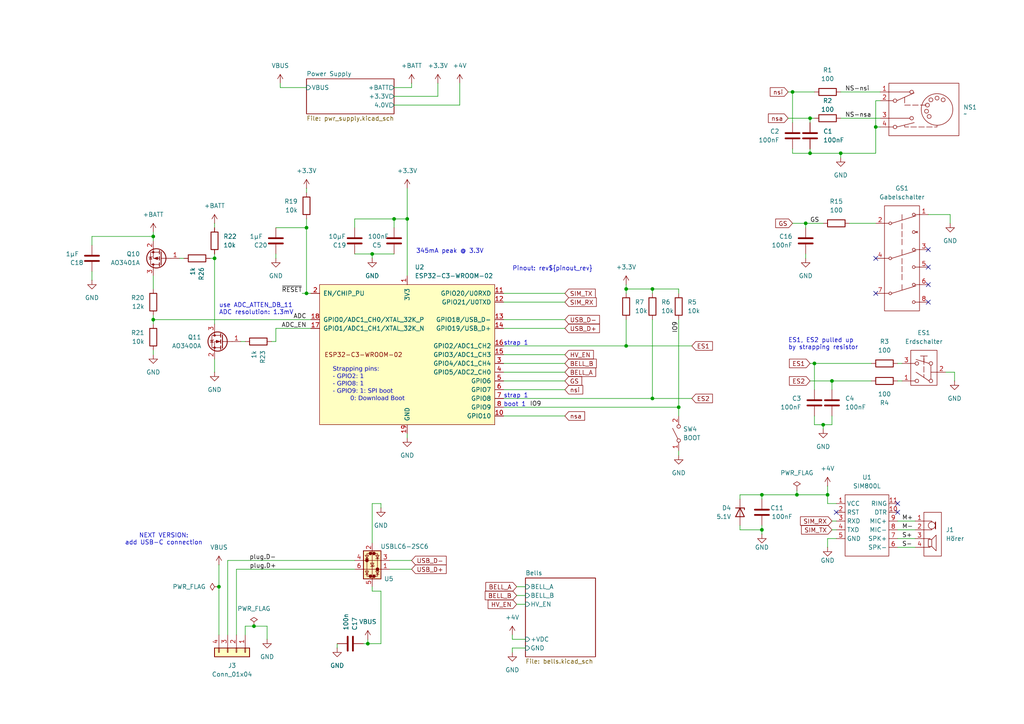
<source format=kicad_sch>
(kicad_sch (version 20231120) (generator "eeschema") (generator_version "8.0")
  (paper "A4")
  (title_block (title "${title}") (date "01.11.2024") (rev "${revision}") (company "author: ${author}") (comment 1 "${license}"))
  (lib_symbols
    (symbol "Connector_Generic:Conn_01x04" (pin_names (offset 1.016) hide)
      (property "Reference" "J" (at 0 5.08 0))
      (property "Value" "Conn_01x04" (at 0 -7.62 0))
      (symbol "Conn_01x04_1_1"
        (rectangle (start -1.27 -4.953) (end 0 -5.207) (stroke (width 0.1524)))
        (rectangle (start -1.27 -2.413) (end 0 -2.667) (stroke (width 0.1524)))
        (rectangle (start -1.27 0.127) (end 0 -0.127) (stroke (width 0.1524)))
        (rectangle (start -1.27 2.667) (end 0 2.413) (stroke (width 0.1524)))
        (rectangle (start -1.27 3.81) (end 1.27 -6.35) (stroke (width 0.254)) (fill (type background)))
        (pin passive line (at -5.08 2.54 0) (length 3.81) (name "Pin_1") (number "1"))
        (pin passive line (at -5.08 0 0) (length 3.81) (name "Pin_2") (number "2"))
        (pin passive line (at -5.08 -2.54 0) (length 3.81) (name "Pin_3") (number "3"))
        (pin passive line (at -5.08 -5.08 0) (length 3.81) (name "Pin_4") (number "4"))
      )
    )
    (symbol "Device:C" (pin_numbers hide) (pin_names (offset 0.254))
      (property "Reference" "C" (at 0.635 2.54 0))
      (property "Value" "C" (at 0.635 -2.54 0))
      (symbol "C_0_1"
        (polyline (pts (xy -2.032 -0.762) (xy 2.032 -0.762)) (stroke (width 0.508)))
        (polyline (pts (xy -2.032 0.762) (xy 2.032 0.762)) (stroke (width 0.508)))
      )
      (symbol "C_1_1"
        (pin passive line (at 0 3.81 270) (length 2.794) (name "~") (number "1"))
        (pin passive line (at 0 -3.81 90) (length 2.794) (name "~") (number "2"))
      )
    )
    (symbol "Device:D_Zener" (pin_numbers hide) (pin_names (offset 1.016) hide)
      (property "Reference" "D" (at 0 2.54 0))
      (property "Value" "D_Zener" (at 0 -2.54 0))
      (symbol "D_Zener_0_1"
        (polyline (pts (xy 1.27 0) (xy -1.27 0)))
        (polyline (pts (xy -1.27 -1.27) (xy -1.27 1.27) (xy -0.762 1.27)) (stroke (width 0.254)))
        (polyline (pts (xy 1.27 -1.27) (xy 1.27 1.27) (xy -1.27 0) (xy 1.27 -1.27)) (stroke (width 0.254)))
      )
      (symbol "D_Zener_1_1"
        (pin passive line (at -3.81 0 0) (length 2.54) (name "K") (number "1"))
        (pin passive line (at 3.81 0 180) (length 2.54) (name "A") (number "2"))
      )
    )
    (symbol "Device:R" (pin_numbers hide) (pin_names (offset 0))
      (property "Reference" "R" (at 2.032 0 90))
      (property "Value" "R" (at 0 0 90))
      (symbol "R_0_1"
        (rectangle (start -1.016 -2.54) (end 1.016 2.54) (stroke (width 0.254)))
      )
      (symbol "R_1_1"
        (pin passive line (at 0 3.81 270) (length 1.27) (name "~") (number "1"))
        (pin passive line (at 0 -3.81 90) (length 1.27) (name "~") (number "2"))
      )
    )
    (symbol "Espressif:ESP32-C3-WROOM-02" (pin_names (offset 1.016))
      (property "Reference" "U" (at -25.4 25.4 0))
      (property "Value" "ESP32-C3-WROOM-02" (at -25.4 22.86 0))
      (symbol "ESP32-C3-WROOM-02_0_0"
        (text "ESP32-C3-WROOM-02" (at -12.7 0 0) (effects (font (size 1.27 1.27))))
      )
      (symbol "ESP32-C3-WROOM-02_0_1"
        (rectangle (start 25.4 20.32) (end -25.4 -20.32) (fill (type background)))
      )
      (symbol "ESP32-C3-WROOM-02_1_1"
        (pin power_in line (at 0 22.86 270) (length 2.54) (name "3V3") (number "1"))
        (pin bidirectional line (at 27.94 -17.78 180) (length 2.54) (name "GPIO10") (number "10"))
        (pin bidirectional line (at 27.94 17.78 180) (length 2.54) (name "GPIO20/U0RXD") (number "11"))
        (pin bidirectional line (at 27.94 15.24 180) (length 2.54) (name "GPIO21/U0TXD") (number "12"))
        (pin bidirectional line (at 27.94 10.16 180) (length 2.54) (name "GPIO18/USB_D-") (number "13"))
        (pin bidirectional line (at 27.94 7.62 180) (length 2.54) (name "GPIO19/USB_D+") (number "14"))
        (pin bidirectional line (at 27.94 0 180) (length 2.54) (name "GPIO3/ADC1_CH3") (number "15"))
        (pin bidirectional line (at 27.94 2.54 180) (length 2.54) (name "GPIO2/ADC1_CH2") (number "16"))
        (pin bidirectional line (at -27.94 7.62 0) (length 2.54) (name "GPIO1/ADC1_CH1/XTAL_32K_N") (number "17"))
        (pin bidirectional line (at -27.94 10.16 0) (length 2.54) (name "GPIO0/ADC1_CH0/XTAL_32K_P") (number "18"))
        (pin power_in line (at 0 -22.86 90) (length 2.54) (name "GND") (number "19"))
        (pin input line (at -27.94 17.78 0) (length 2.54) (name "EN/CHIP_PU") (number "2"))
        (pin bidirectional line (at 27.94 -2.54 180) (length 2.54) (name "GPIO4/ADC1_CH4") (number "3"))
        (pin bidirectional line (at 27.94 -5.08 180) (length 2.54) (name "GPIO5/ADC2_CH0") (number "4"))
        (pin bidirectional line (at 27.94 -7.62 180) (length 2.54) (name "GPIO6") (number "5"))
        (pin bidirectional line (at 27.94 -10.16 180) (length 2.54) (name "GPIO7") (number "6"))
        (pin bidirectional line (at 27.94 -12.7 180) (length 2.54) (name "GPIO8") (number "7"))
        (pin bidirectional line (at 27.94 -15.24 180) (length 2.54) (name "GPIO9") (number "8"))
        (pin passive line (at 0 -22.86 90) (length 2.54) hide (name "GND") (number "9"))
      )
    )
    (symbol "FeWAp:Erdschalter" (pin_names hide)
      (property "Reference" "SW" (at 0 10.16 0))
      (property "Value" "Erdschalter" (at 0 -2.54 0))
      (symbol "Erdschalter_0_1"
        (circle (center -2.032 0) (radius 0.508))
        (circle (center -2.032 5.08) (radius 0.508))
        (polyline (pts (xy -1.524 0) (xy 2.286 2.54)))
        (polyline (pts (xy -1.524 5.08) (xy 2.286 6.223)))
        (polyline (pts (xy 0 5.588) (xy 0 7.239) (xy -1.016 7.239) (xy 1.016 7.239)))
        (circle (center 2.032 0) (radius 0.508))
        (circle (center 2.032 5.08) (radius 0.508))
      )
      (symbol "Erdschalter_1_1"
        (rectangle (start -3.81 8.89) (end 3.81 -1.27))
        (polyline (pts (xy -3.81 2.54) (xy -2.032 2.54)))
        (polyline (pts (xy -2.032 4.572) (xy -2.032 0.508)))
        (polyline (pts (xy 0 6.477) (xy 0 1.016)) (stroke (width 0) (type dash)))
        (polyline (pts (xy 3.81 0) (xy 2.54 0)))
        (polyline (pts (xy 3.81 5.08) (xy 2.54 5.08)))
        (pin passive line (at 6.35 0 180) (length 2.54) (name "A") (number "1"))
        (pin passive line (at -6.35 2.54 0) (length 2.54) (name "B") (number "2"))
        (pin passive line (at 6.35 5.08 180) (length 2.54) (name "C") (number "3"))
        (pin no_connect line (at 0 0 180) (length 2.54) hide (name "NC") (number "4"))
      )
    )
    (symbol "FeWAp:Gabelschalter" (pin_names hide)
      (property "Reference" "SW" (at 0 16.51 0))
      (property "Value" "Gabelschalter" (at 0 -16.51 0))
      (symbol "Gabelschalter_0_1"
        (rectangle (start -5.08 15.24) (end 5.08 -15.24))
      )
      (symbol "Gabelschalter_1_1"
        (circle (center -3.4036 -10.16) (radius 0.4064))
        (circle (center -3.4036 0) (radius 0.4064))
        (circle (center -3.4036 10.16) (radius 0.4064))
        (polyline (pts (xy -5.08 0) (xy -3.81 0)))
        (polyline (pts (xy -5.08 10.16) (xy -3.81 10.16)))
        (polyline (pts (xy -3.81 -10.16) (xy -5.08 -10.16)))
        (polyline (pts (xy -2.9972 -10.16) (xy 4.064 -7.9756)))
        (polyline (pts (xy -2.9972 0) (xy 4.064 2.1844)))
        (polyline (pts (xy -2.9972 10.16) (xy 4.064 12.3444)))
        (polyline (pts (xy 0 -7.62) (xy 0 -9.144)))
        (polyline (pts (xy 0 0) (xy 0 -6.604)) (stroke (width 0) (type dash)))
        (polyline (pts (xy 0 2.54) (xy 0 1.016)))
        (polyline (pts (xy 0 10.16) (xy 0 3.556)) (stroke (width 0) (type dash)))
        (polyline (pts (xy 0 12.7) (xy 0 11.176)))
        (polyline (pts (xy 5.08 -12.7) (xy 3.81 -12.7)))
        (polyline (pts (xy 5.08 -7.62) (xy 3.81 -7.62)))
        (polyline (pts (xy 5.08 -2.54) (xy 3.81 -2.54)))
        (polyline (pts (xy 5.08 2.54) (xy 3.81 2.54)))
        (polyline (pts (xy 5.08 12.7) (xy 3.81 12.7)))
        (polyline (pts (xy 3.81 7.62) (xy 4.318 7.62) (xy 4.064 7.874) (xy 4.572 7.366) (xy 4.318 7.62) (xy 4.064 7.366) (xy 4.572 7.874)))
        (circle (center 3.4036 -12.7) (radius 0.4064))
        (circle (center 3.4036 -7.62) (radius 0.4064))
        (circle (center 3.4036 -2.54) (radius 0.4064))
        (circle (center 3.4036 2.54) (radius 0.4064))
        (circle (center 3.4036 7.62) (radius 0.4064))
        (circle (center 3.4036 12.7) (radius 0.4064))
        (pin passive line (at 7.62 12.7 180) (length 2.54) (name "S1l") (number "1"))
        (pin passive line (at -7.62 10.16 0) (length 2.54) (name "S1c") (number "2"))
        (pin passive line (at 7.62 2.54 180) (length 2.54) (name "S2l") (number "3"))
        (pin passive line (at -7.62 0 0) (length 2.54) (name "S2c") (number "4"))
        (pin passive line (at 7.62 -2.54 180) (length 2.54) (name "S2r") (number "5"))
        (pin passive line (at 7.62 -7.62 180) (length 2.54) (name "S3l") (number "6"))
        (pin passive line (at -7.62 -10.16 0) (length 2.54) (name "S3c") (number "7"))
        (pin passive line (at 7.62 -12.7 180) (length 2.54) (name "S3r") (number "8"))
      )
    )
    (symbol "FeWAp:Hörer" (pin_names hide)
      (property "Reference" "J" (at 0 7.62 0))
      (property "Value" "Hörer" (at 0 -7.62 0))
      (symbol "Hörer_0_1"
        (rectangle (start -2.54 6.35) (end 2.54 -6.35))
        (circle (center -0.254 2.54) (radius 1.016))
        (polyline (pts (xy -0.762 -3.556) (xy -0.762 -3.81) (xy -2.54 -3.81)))
        (polyline (pts (xy -0.762 -1.524) (xy -0.762 -1.27) (xy -2.54 -1.27)))
        (polyline (pts (xy -0.254 1.524) (xy -0.254 1.27) (xy -2.54 1.27)))
        (polyline (pts (xy -0.254 3.556) (xy -0.254 3.81) (xy -2.54 3.81)))
        (polyline (pts (xy -0.254 -1.524) (xy 1.016 -0.254) (xy 1.016 -4.826) (xy -0.254 -3.556)))
        (polyline (pts (xy -1.27 -1.524) (xy -1.27 -3.556) (xy -0.254 -3.556) (xy -0.254 -1.524) (xy -1.27 -1.524)))
        (polyline (pts (xy 0.762 3.556) (xy 0.762 1.524) (xy 0.889 1.524) (xy 0.889 3.556) (xy 0.762 3.556)))
      )
      (symbol "Hörer_1_1"
        (pin input line (at -5.08 3.81 0) (length 2.54) (name "SPK+") (number "1"))
        (pin input line (at -5.08 1.27 0) (length 2.54) (name "SPK-") (number "2"))
        (pin input line (at -5.08 -1.27 0) (length 2.54) (name "MIC+") (number "3"))
        (pin input line (at -5.08 -3.81 0) (length 2.54) (name "MIC-") (number "4"))
      )
    )
    (symbol "FeWAp:Nummernschalter" (pin_names hide)
      (property "Reference" "NS" (at 0 -8.89 0))
      (symbol "Nummernschalter_0_1"
        (circle (center -8.382 -5.08) (radius 0.508))
        (circle (center -8.382 2.54) (radius 0.508))
        (circle (center -3.556 -2.54) (radius 0.508))
        (circle (center -3.556 5.08) (radius 0.508))
        (polyline (pts (xy -10.16 -5.08) (xy -8.89 -5.08)))
        (polyline (pts (xy -10.16 -2.54) (xy -4.064 -2.54)))
        (polyline (pts (xy -10.16 2.54) (xy -8.89 2.54)))
        (polyline (pts (xy -10.16 5.08) (xy -4.064 5.08)))
        (polyline (pts (xy -7.874 -5.08) (xy -2.794 -3.81)))
        (polyline (pts (xy -7.874 2.54) (xy -2.794 4.826)))
        (circle (center 0.762 -0.508) (radius 0.568))
        (circle (center 1.016 1.27) (radius 0.568))
        (circle (center 1.524 -2.032) (radius 0.568))
        (circle (center 2.032 2.794) (radius 0.568))
        (circle (center 3.81 0) (radius 4.5791))
        (circle (center 3.81 3.302) (radius 0.568))
        (circle (center 5.588 2.794) (radius 0.568))
      )
      (symbol "Nummernschalter_1_1"
        (rectangle (start -10.16 7.62) (end 10.16 -7.62))
        (polyline (pts (xy -5.588 3.556) (xy -5.588 1.27) (xy 1.016 1.27)) (stroke (width 0) (type dash)))
        (polyline (pts (xy -5.588 -4.572) (xy -5.588 -5.08) (xy 3.81 -5.08) (xy 3.81 -4.572)) (stroke (width 0) (type dash)))
        (pin passive line (at -12.7 5.08 0) (length 2.54) (name "N1") (number "1"))
        (pin passive line (at -12.7 2.54 0) (length 2.54) (name "N2") (number "2"))
        (pin passive line (at -12.7 -2.54 0) (length 2.54) (name "E1") (number "3"))
        (pin passive line (at -12.7 -5.08 0) (length 2.54) (name "E2") (number "4"))
      )
    )
    (symbol "FeWAp:SIM800L-module"
      (property "Reference" "U" (at 0 11.43 0))
      (property "Value" "SIM800L" (at 0 -8.89 0))
      (symbol "SIM800L-module_0_1"
        (rectangle (start -6.35 10.16) (end 6.35 -7.62))
      )
      (symbol "SIM800L-module_1_1"
        (pin power_in line (at -8.89 7.62 0) (length 2.54) (name "VCC") (number "1"))
        (pin output line (at 8.89 5.08 180) (length 2.54) (name "DTR") (number "10"))
        (pin output line (at 8.89 7.62 180) (length 2.54) (name "RING") (number "11"))
        (pin input line (at -8.89 5.08 0) (length 2.54) (name "RST") (number "2"))
        (pin input line (at -8.89 2.54 0) (length 2.54) (name "RXD") (number "3"))
        (pin output line (at -8.89 0 0) (length 2.54) (name "TXD") (number "4"))
        (pin power_in line (at -8.89 -2.54 0) (length 2.54) (name "GND") (number "5"))
        (pin output line (at 8.89 -5.08 180) (length 2.54) (name "SPK-") (number "6"))
        (pin output line (at 8.89 -2.54 180) (length 2.54) (name "SPK+") (number "7"))
        (pin output line (at 8.89 0 180) (length 2.54) (name "MIC-") (number "8"))
        (pin output line (at 8.89 2.54 180) (length 2.54) (name "MIC+") (number "9"))
      )
    )
    (symbol "Switch:SW_SPST" (pin_names (offset 0) hide)
      (property "Reference" "SW" (at 0 3.175 0))
      (property "Value" "SW_SPST" (at 0 -2.54 0))
      (symbol "SW_SPST_0_0"
        (circle (center -2.032 0) (radius 0.508))
        (polyline (pts (xy -1.524 0.254) (xy 1.524 1.778)))
        (circle (center 2.032 0) (radius 0.508))
      )
      (symbol "SW_SPST_1_1"
        (pin passive line (at -5.08 0 0) (length 2.54) (name "A") (number "1"))
        (pin passive line (at 5.08 0 180) (length 2.54) (name "B") (number "2"))
      )
    )
    (symbol "Transistor_FET:AO3400A" (pin_names hide)
      (property "Reference" "Q" (at 5.08 1.905 0))
      (property "Value" "AO3400A" (at 5.08 0 0))
      (symbol "AO3400A_0_1"
        (polyline (pts (xy 0.254 0) (xy -2.54 0)))
        (polyline (pts (xy 0.254 1.905) (xy 0.254 -1.905)) (stroke (width 0.254)))
        (polyline (pts (xy 0.762 -1.27) (xy 0.762 -2.286)) (stroke (width 0.254)))
        (polyline (pts (xy 0.762 0.508) (xy 0.762 -0.508)) (stroke (width 0.254)))
        (polyline (pts (xy 0.762 2.286) (xy 0.762 1.27)) (stroke (width 0.254)))
        (polyline (pts (xy 2.54 2.54) (xy 2.54 1.778)))
        (polyline (pts (xy 2.54 -2.54) (xy 2.54 0) (xy 0.762 0)))
        (polyline (pts (xy 0.762 -1.778) (xy 3.302 -1.778) (xy 3.302 1.778) (xy 0.762 1.778)))
        (polyline (pts (xy 1.016 0) (xy 2.032 0.381) (xy 2.032 -0.381) (xy 1.016 0)) (fill (type outline)))
        (polyline (pts (xy 2.794 0.508) (xy 2.921 0.381) (xy 3.683 0.381) (xy 3.81 0.254)))
        (polyline (pts (xy 3.302 0.381) (xy 2.921 -0.254) (xy 3.683 -0.254) (xy 3.302 0.381)))
        (circle (center 1.651 0) (radius 2.794) (stroke (width 0.254)))
        (circle (center 2.54 -1.778) (radius 0.254) (fill (type outline)))
        (circle (center 2.54 1.778) (radius 0.254) (fill (type outline)))
      )
      (symbol "AO3400A_1_1"
        (pin input line (at -5.08 0 0) (length 2.54) (name "G") (number "1"))
        (pin passive line (at 2.54 -5.08 90) (length 2.54) (name "S") (number "2"))
        (pin passive line (at 2.54 5.08 270) (length 2.54) (name "D") (number "3"))
      )
    )
    (symbol "Transistor_FET:AO3401A" (pin_names hide)
      (property "Reference" "Q" (at 5.08 1.905 0))
      (property "Value" "AO3401A" (at 5.08 0 0))
      (symbol "AO3401A_0_1"
        (polyline (pts (xy 0.254 0) (xy -2.54 0)))
        (polyline (pts (xy 0.254 1.905) (xy 0.254 -1.905)) (stroke (width 0.254)))
        (polyline (pts (xy 0.762 -1.27) (xy 0.762 -2.286)) (stroke (width 0.254)))
        (polyline (pts (xy 0.762 0.508) (xy 0.762 -0.508)) (stroke (width 0.254)))
        (polyline (pts (xy 0.762 2.286) (xy 0.762 1.27)) (stroke (width 0.254)))
        (polyline (pts (xy 2.54 2.54) (xy 2.54 1.778)))
        (polyline (pts (xy 2.54 -2.54) (xy 2.54 0) (xy 0.762 0)))
        (polyline (pts (xy 0.762 1.778) (xy 3.302 1.778) (xy 3.302 -1.778) (xy 0.762 -1.778)))
        (polyline (pts (xy 2.286 0) (xy 1.27 0.381) (xy 1.27 -0.381) (xy 2.286 0)) (fill (type outline)))
        (polyline (pts (xy 2.794 -0.508) (xy 2.921 -0.381) (xy 3.683 -0.381) (xy 3.81 -0.254)))
        (polyline (pts (xy 3.302 -0.381) (xy 2.921 0.254) (xy 3.683 0.254) (xy 3.302 -0.381)))
        (circle (center 1.651 0) (radius 2.794) (stroke (width 0.254)))
        (circle (center 2.54 -1.778) (radius 0.254) (fill (type outline)))
        (circle (center 2.54 1.778) (radius 0.254) (fill (type outline)))
      )
      (symbol "AO3401A_1_1"
        (pin input line (at -5.08 0 0) (length 2.54) (name "G") (number "1"))
        (pin passive line (at 2.54 -5.08 90) (length 2.54) (name "S") (number "2"))
        (pin passive line (at 2.54 5.08 270) (length 2.54) (name "D") (number "3"))
      )
    )
    (symbol "USBLC6-2SC6_1" (pin_names hide)
      (property "Reference" "U" (at 0.635 5.715 0))
      (property "Value" "USBLC6-2SC6" (at 0.635 3.81 0))
      (symbol "USBLC6-2SC6_1_0_0"
        (circle (center -1.524 0) (radius 0.0001) (stroke (width 0.508)))
        (circle (center -0.508 -4.572) (radius 0.0001) (stroke (width 0.508)))
        (circle (center -0.508 2.032) (radius 0.0001) (stroke (width 0.508)))
        (circle (center 0.508 -4.572) (radius 0.0001) (stroke (width 0.508)))
        (circle (center 0.508 2.032) (radius 0.0001) (stroke (width 0.508)))
        (circle (center 1.524 -2.54) (radius 0.0001) (stroke (width 0.508)))
      )
      (symbol "USBLC6-2SC6_1_0_1"
        (polyline (pts (xy -2.54 -2.54) (xy 2.54 -2.54)))
        (polyline (pts (xy -2.54 0) (xy 2.54 0)))
        (polyline (pts (xy -2.032 -3.048) (xy -1.016 -3.048)))
        (polyline (pts (xy -1.016 1.524) (xy -2.032 1.524)))
        (polyline (pts (xy 1.016 -3.048) (xy 2.032 -3.048)))
        (polyline (pts (xy 1.016 1.524) (xy 2.032 1.524)))
        (polyline (pts (xy -0.508 -1.143) (xy -0.508 -0.762) (xy 0.508 -0.762)))
        (polyline (pts (xy -2.032 0.508) (xy -1.016 0.508) (xy -1.524 1.524) (xy -2.032 0.508)))
        (polyline (pts (xy -1.016 -4.064) (xy -2.032 -4.064) (xy -1.524 -3.048) (xy -1.016 -4.064)))
        (polyline (pts (xy 0.508 -1.778) (xy -0.508 -1.778) (xy 0 -0.762) (xy 0.508 -1.778)))
        (polyline (pts (xy 2.032 -4.064) (xy 1.016 -4.064) (xy 1.524 -3.048) (xy 2.032 -4.064)))
        (polyline (pts (xy 2.032 0.508) (xy 1.016 0.508) (xy 1.524 1.524) (xy 2.032 0.508)))
        (polyline (pts (xy 0 2.54) (xy -0.508 2.032) (xy 0.508 2.032) (xy 0 1.524) (xy 0 -4.064) (xy -0.508 -4.572) (xy 0.508 -4.572) (xy 0 -5.08)))
      )
      (symbol "USBLC6-2SC6_1_1_1"
        (rectangle (start -2.54 2.794) (end 2.54 -5.334) (stroke (width 0.254)) (fill (type background)))
        (polyline (pts (xy -0.508 2.032) (xy -1.524 2.032) (xy -1.524 -4.572) (xy -0.508 -4.572)))
        (polyline (pts (xy 0.508 -4.572) (xy 1.524 -4.572) (xy 1.524 2.032) (xy 0.508 2.032)))
        (pin passive line (at -5.08 0 0) (length 2.54) (name "I/O1") (number "1"))
        (pin passive line (at 0 -7.62 90) (length 2.54) (name "GND") (number "2"))
        (pin passive line (at -5.08 -2.54 0) (length 2.54) (name "I/O2") (number "3"))
        (pin passive line (at 5.08 -2.54 180) (length 2.54) (name "I/O2") (number "4"))
        (pin passive line (at 0 5.08 270) (length 2.54) (name "VBUS") (number "5"))
        (pin passive line (at 5.08 0 180) (length 2.54) (name "I/O1") (number "6"))
      )
    )
    (symbol "VBUS_1" (power) (pin_numbers hide) (pin_names (offset 0) hide)
      (property "Value" "VBUS" (at 0 3.556 0))
      (symbol "VBUS_1_0_1"
        (polyline (pts (xy -0.762 1.27) (xy 0 2.54)))
        (polyline (pts (xy 0 0) (xy 0 2.54)))
        (polyline (pts (xy 0 2.54) (xy 0.762 1.27)))
      )
      (symbol "VBUS_1_1_1"
        (pin power_in line (at 0 0 90) (length 0) (name "~") (number "1"))
      )
    )
    (symbol "power:+3.3V" (power) (pin_numbers hide) (pin_names (offset 0) hide)
      (property "Value" "+3.3V" (at 0 3.556 0))
      (symbol "+3.3V_0_1"
        (polyline (pts (xy -0.762 1.27) (xy 0 2.54)))
        (polyline (pts (xy 0 0) (xy 0 2.54)))
        (polyline (pts (xy 0 2.54) (xy 0.762 1.27)))
      )
      (symbol "+3.3V_1_1"
        (pin power_in line (at 0 0 90) (length 0) (name "~") (number "1"))
      )
    )
    (symbol "power:+4V" (power) (pin_numbers hide) (pin_names (offset 0) hide)
      (property "Value" "+4V" (at 0 3.556 0))
      (symbol "+4V_0_1"
        (polyline (pts (xy -0.762 1.27) (xy 0 2.54)))
        (polyline (pts (xy 0 0) (xy 0 2.54)))
        (polyline (pts (xy 0 2.54) (xy 0.762 1.27)))
      )
      (symbol "+4V_1_1"
        (pin power_in line (at 0 0 90) (length 0) (name "~") (number "1"))
      )
    )
    (symbol "power:+BATT" (power) (pin_numbers hide) (pin_names (offset 0) hide)
      (property "Value" "+BATT" (at 0 3.556 0))
      (symbol "+BATT_0_1"
        (polyline (pts (xy -0.762 1.27) (xy 0 2.54)))
        (polyline (pts (xy 0 0) (xy 0 2.54)))
        (polyline (pts (xy 0 2.54) (xy 0.762 1.27)))
      )
      (symbol "+BATT_1_1"
        (pin power_in line (at 0 0 90) (length 0) (name "~") (number "1"))
      )
    )
    (symbol "power:GND" (power) (pin_numbers hide) (pin_names (offset 0) hide)
      (property "Value" "GND" (at 0 -3.81 0))
      (symbol "GND_0_1"
        (polyline (pts (xy 0 0) (xy 0 -1.27) (xy 1.27 -1.27) (xy 0 -2.54) (xy -1.27 -1.27) (xy 0 -1.27)))
      )
      (symbol "GND_1_1"
        (pin power_in line (at 0 0 270) (length 0) (name "~") (number "1"))
      )
    )
    (symbol "power:PWR_FLAG" (power) (pin_numbers hide) (pin_names (offset 0) hide)
      (property "Value" "PWR_FLAG" (at 0 3.81 0))
      (symbol "PWR_FLAG_0_0"
        (pin power_out line (at 0 0 90) (length 0) (name "~") (number "1"))
      )
      (symbol "PWR_FLAG_0_1"
        (polyline (pts (xy 0 0) (xy 0 1.27) (xy -1.016 1.905) (xy 0 2.54) (xy 1.016 1.905) (xy 0 1.27)))
      )
    )
  )
  (junction (at 233.68 64.77))
  (junction (at 234.95 34.29))
  (junction (at 238.76 123.19))
  (junction (at 44.45 92.71))
  (junction (at 254 36.83))
  (junction (at 189.23 115.57))
  (junction (at 234.95 44.45))
  (junction (at 243.84 44.45))
  (junction (at 63.5 170.18))
  (junction (at 196.85 118.11))
  (junction (at 189.23 83.82))
  (junction (at 88.9 66.04))
  (junction (at 107.95 73.66))
  (junction (at 229.87 26.67))
  (junction (at 73.66 181.61))
  (junction (at 241.3 110.49))
  (junction (at 44.45 68.58))
  (junction (at 181.61 100.33))
  (junction (at 236.22 105.41))
  (junction (at 220.98 153.67))
  (junction (at 118.11 63.5))
  (junction (at 240.03 143.51))
  (junction (at 62.23 74.93))
  (junction (at 114.3 63.5))
  (junction (at 231.14 143.51))
  (junction (at 88.9 85.09))
  (junction (at 181.61 83.82))
  (junction (at 106.68 186.69))
  (junction (at 220.98 143.51))
  (no_connect (at 254 85.09))
  (no_connect (at 242.57 148.59))
  (no_connect (at 269.24 72.39))
  (no_connect (at 260.35 146.05))
  (no_connect (at 269.24 77.47))
  (no_connect (at 260.35 148.59))
  (no_connect (at 254 74.93))
  (no_connect (at 269.24 82.55))
  (no_connect (at 269.24 87.63))
  (wire (pts (xy 220.98 143.51) (xy 220.98 144.78)))
  (wire (pts (xy 152.4 185.42) (xy 148.59 185.42)))
  (wire (pts (xy 62.23 104.14) (xy 62.23 107.95)))
  (wire (pts (xy 102.87 66.04) (xy 102.87 63.5)))
  (wire (pts (xy 243.84 26.67) (xy 255.27 26.67)))
  (wire (pts (xy 146.05 95.25) (xy 163.83 95.25)))
  (wire (pts (xy 148.59 189.23) (xy 148.59 187.96)))
  (wire (pts (xy 44.45 101.6) (xy 44.45 102.87)))
  (wire (pts (xy 107.95 171.45) (xy 107.95 170.18)))
  (wire (pts (xy 146.05 105.41) (xy 163.83 105.41)))
  (wire (pts (xy 189.23 115.57) (xy 200.66 115.57)))
  (wire (pts (xy 113.03 165.1) (xy 119.38 165.1)))
  (wire (pts (xy 196.85 130.81) (xy 196.85 132.08)))
  (wire (pts (xy 146.05 113.03) (xy 163.83 113.03)))
  (wire (pts (xy 146.05 107.95) (xy 163.83 107.95)))
  (wire (pts (xy 149.86 170.18) (xy 152.4 170.18)))
  (wire (pts (xy 63.5 170.18) (xy 63.5 184.15)))
  (wire (pts (xy 114.3 63.5) (xy 118.11 63.5)))
  (wire (pts (xy 231.14 142.24) (xy 231.14 143.51)))
  (wire (pts (xy 146.05 102.87) (xy 163.83 102.87)))
  (wire (pts (xy 189.23 92.71) (xy 189.23 115.57)))
  (wire (pts (xy 118.11 63.5) (xy 118.11 80.01)))
  (wire (pts (xy 240.03 143.51) (xy 240.03 146.05)))
  (wire (pts (xy 73.66 181.61) (xy 77.47 181.61)))
  (wire (pts (xy 181.61 82.55) (xy 181.61 83.82)))
  (wire (pts (xy 107.95 73.66) (xy 114.3 73.66)))
  (wire (pts (xy 255.27 36.83) (xy 254 36.83)))
  (wire (pts (xy 220.98 154.94) (xy 220.98 153.67)))
  (wire (pts (xy 44.45 80.01) (xy 44.45 83.82)))
  (wire (pts (xy 228.6 34.29) (xy 234.95 34.29)))
  (wire (pts (xy 220.98 143.51) (xy 214.63 143.51)))
  (wire (pts (xy 107.95 74.93) (xy 107.95 73.66)))
  (wire (pts (xy 105.41 186.69) (xy 106.68 186.69)))
  (wire (pts (xy 80.01 99.06) (xy 80.01 95.25)))
  (wire (pts (xy 81.28 24.13) (xy 81.28 25.4)))
  (wire (pts (xy 69.85 99.06) (xy 71.12 99.06)))
  (wire (pts (xy 240.03 158.75) (xy 240.03 156.21)))
  (wire (pts (xy 118.11 125.73) (xy 118.11 127)))
  (wire (pts (xy 196.85 83.82) (xy 196.85 85.09)))
  (wire (pts (xy 220.98 153.67) (xy 220.98 152.4)))
  (wire (pts (xy 181.61 100.33) (xy 200.66 100.33)))
  (wire (pts (xy 44.45 91.44) (xy 44.45 92.71)))
  (wire (pts (xy 234.95 44.45) (xy 243.84 44.45)))
  (wire (pts (xy 102.87 63.5) (xy 114.3 63.5)))
  (wire (pts (xy 234.95 43.18) (xy 234.95 44.45)))
  (wire (pts (xy 44.45 67.31) (xy 44.45 68.58)))
  (wire (pts (xy 26.67 68.58) (xy 44.45 68.58)))
  (wire (pts (xy 26.67 71.12) (xy 26.67 68.58)))
  (wire (pts (xy 60.96 74.93) (xy 62.23 74.93)))
  (wire (pts (xy 233.68 73.66) (xy 233.68 74.93)))
  (wire (pts (xy 133.35 30.48) (xy 133.35 24.13)))
  (wire (pts (xy 44.45 92.71) (xy 44.45 93.98)))
  (wire (pts (xy 240.03 140.97) (xy 240.03 143.51)))
  (wire (pts (xy 119.38 25.4) (xy 114.3 25.4)))
  (wire (pts (xy 62.23 73.66) (xy 62.23 74.93)))
  (wire (pts (xy 148.59 187.96) (xy 152.4 187.96)))
  (wire (pts (xy 88.9 66.04) (xy 88.9 85.09)))
  (wire (pts (xy 265.43 151.13) (xy 260.35 151.13)))
  (wire (pts (xy 243.84 34.29) (xy 255.27 34.29)))
  (wire (pts (xy 110.49 171.45) (xy 107.95 171.45)))
  (wire (pts (xy 241.3 153.67) (xy 242.57 153.67)))
  (wire (pts (xy 119.38 24.13) (xy 119.38 25.4)))
  (wire (pts (xy 229.87 64.77) (xy 233.68 64.77)))
  (wire (pts (xy 80.01 66.04) (xy 88.9 66.04)))
  (wire (pts (xy 233.68 64.77) (xy 233.68 66.04)))
  (wire (pts (xy 181.61 83.82) (xy 189.23 83.82)))
  (wire (pts (xy 229.87 26.67) (xy 229.87 35.56)))
  (wire (pts (xy 80.01 99.06) (xy 78.74 99.06)))
  (wire (pts (xy 146.05 85.09) (xy 163.83 85.09)))
  (wire (pts (xy 260.35 105.41) (xy 261.62 105.41)))
  (wire (pts (xy 80.01 95.25) (xy 90.17 95.25)))
  (wire (pts (xy 269.24 62.23) (xy 275.59 62.23)))
  (wire (pts (xy 62.23 64.77) (xy 62.23 66.04)))
  (wire (pts (xy 71.12 184.15) (xy 71.12 181.61)))
  (wire (pts (xy 114.3 30.48) (xy 133.35 30.48)))
  (wire (pts (xy 241.3 151.13) (xy 242.57 151.13)))
  (wire (pts (xy 234.95 105.41) (xy 236.22 105.41)))
  (wire (pts (xy 106.68 185.42) (xy 106.68 186.69)))
  (wire (pts (xy 241.3 113.03) (xy 241.3 110.49)))
  (wire (pts (xy 236.22 123.19) (xy 238.76 123.19)))
  (wire (pts (xy 146.05 92.71) (xy 163.83 92.71)))
  (wire (pts (xy 241.3 120.65) (xy 241.3 123.19)))
  (wire (pts (xy 77.47 181.61) (xy 77.47 185.42)))
  (wire (pts (xy 146.05 118.11) (xy 196.85 118.11)))
  (wire (pts (xy 240.03 143.51) (xy 231.14 143.51)))
  (wire (pts (xy 229.87 44.45) (xy 234.95 44.45)))
  (wire (pts (xy 241.3 110.49) (xy 252.73 110.49)))
  (wire (pts (xy 88.9 63.5) (xy 88.9 66.04)))
  (wire (pts (xy 114.3 27.94) (xy 127 27.94)))
  (wire (pts (xy 276.86 107.95) (xy 276.86 110.49)))
  (wire (pts (xy 149.86 172.72) (xy 152.4 172.72)))
  (wire (pts (xy 97.79 186.69) (xy 97.79 187.96)))
  (wire (pts (xy 255.27 29.21) (xy 254 29.21)))
  (wire (pts (xy 68.58 165.1) (xy 102.87 165.1)))
  (wire (pts (xy 118.11 54.61) (xy 118.11 63.5)))
  (wire (pts (xy 240.03 156.21) (xy 242.57 156.21)))
  (wire (pts (xy 107.95 146.05) (xy 107.95 157.48)))
  (wire (pts (xy 214.63 143.51) (xy 214.63 144.78)))
  (wire (pts (xy 113.03 162.56) (xy 119.38 162.56)))
  (wire (pts (xy 254 29.21) (xy 254 36.83)))
  (wire (pts (xy 88.9 85.09) (xy 90.17 85.09)))
  (wire (pts (xy 236.22 105.41) (xy 252.73 105.41)))
  (wire (pts (xy 265.43 156.21) (xy 260.35 156.21)))
  (wire (pts (xy 189.23 83.82) (xy 189.23 85.09)))
  (wire (pts (xy 102.87 73.66) (xy 107.95 73.66)))
  (wire (pts (xy 275.59 62.23) (xy 275.59 64.77)))
  (wire (pts (xy 234.95 35.56) (xy 234.95 34.29)))
  (wire (pts (xy 196.85 118.11) (xy 196.85 120.65)))
  (wire (pts (xy 66.04 162.56) (xy 102.87 162.56)))
  (wire (pts (xy 214.63 153.67) (xy 220.98 153.67)))
  (wire (pts (xy 146.05 120.65) (xy 163.83 120.65)))
  (wire (pts (xy 234.95 110.49) (xy 241.3 110.49)))
  (wire (pts (xy 146.05 100.33) (xy 181.61 100.33)))
  (wire (pts (xy 146.05 87.63) (xy 163.83 87.63)))
  (wire (pts (xy 214.63 152.4) (xy 214.63 153.67)))
  (wire (pts (xy 146.05 115.57) (xy 189.23 115.57)))
  (wire (pts (xy 243.84 44.45) (xy 243.84 45.72)))
  (wire (pts (xy 26.67 78.74) (xy 26.67 81.28)))
  (wire (pts (xy 87.63 85.09) (xy 88.9 85.09)))
  (wire (pts (xy 68.58 165.1) (xy 68.58 184.15)))
  (wire (pts (xy 44.45 68.58) (xy 44.45 69.85)))
  (wire (pts (xy 231.14 143.51) (xy 220.98 143.51)))
  (wire (pts (xy 238.76 123.19) (xy 238.76 124.46)))
  (wire (pts (xy 107.95 146.05) (xy 110.49 146.05)))
  (wire (pts (xy 238.76 123.19) (xy 241.3 123.19)))
  (wire (pts (xy 229.87 43.18) (xy 229.87 44.45)))
  (wire (pts (xy 44.45 92.71) (xy 90.17 92.71)))
  (wire (pts (xy 236.22 120.65) (xy 236.22 123.19)))
  (wire (pts (xy 52.07 74.93) (xy 53.34 74.93)))
  (wire (pts (xy 127 24.13) (xy 127 27.94)))
  (wire (pts (xy 243.84 44.45) (xy 254 44.45)))
  (wire (pts (xy 260.35 110.49) (xy 261.62 110.49)))
  (wire (pts (xy 62.23 74.93) (xy 62.23 93.98)))
  (wire (pts (xy 110.49 186.69) (xy 110.49 171.45)))
  (wire (pts (xy 236.22 113.03) (xy 236.22 105.41)))
  (wire (pts (xy 181.61 92.71) (xy 181.61 100.33)))
  (wire (pts (xy 106.68 186.69) (xy 110.49 186.69)))
  (wire (pts (xy 66.04 162.56) (xy 66.04 184.15)))
  (wire (pts (xy 196.85 92.71) (xy 196.85 118.11)))
  (wire (pts (xy 274.32 107.95) (xy 276.86 107.95)))
  (wire (pts (xy 63.5 163.83) (xy 63.5 170.18)))
  (wire (pts (xy 229.87 26.67) (xy 236.22 26.67)))
  (wire (pts (xy 71.12 181.61) (xy 73.66 181.61)))
  (wire (pts (xy 114.3 63.5) (xy 114.3 66.04)))
  (wire (pts (xy 246.38 64.77) (xy 254 64.77)))
  (wire (pts (xy 146.05 110.49) (xy 163.83 110.49)))
  (wire (pts (xy 181.61 85.09) (xy 181.61 83.82)))
  (wire (pts (xy 233.68 64.77) (xy 238.76 64.77)))
  (wire (pts (xy 149.86 175.26) (xy 152.4 175.26)))
  (wire (pts (xy 265.43 158.75) (xy 260.35 158.75)))
  (wire (pts (xy 81.28 25.4) (xy 88.9 25.4)))
  (wire (pts (xy 196.85 83.82) (xy 189.23 83.82)))
  (wire (pts (xy 148.59 184.15) (xy 148.59 185.42)))
  (wire (pts (xy 88.9 54.61) (xy 88.9 55.88)))
  (wire (pts (xy 228.6 26.67) (xy 229.87 26.67)))
  (wire (pts (xy 242.57 146.05) (xy 240.03 146.05)))
  (wire (pts (xy 254 36.83) (xy 254 44.45)))
  (wire (pts (xy 110.49 147.32) (xy 110.49 146.05)))
  (wire (pts (xy 265.43 153.67) (xy 260.35 153.67)))
  (wire (pts (xy 234.95 34.29) (xy 236.22 34.29)))
  (wire (pts (xy 80.01 73.66) (xy 80.01 74.93)))
  (text "NEXT VERSION:\nadd USB-C connection" (at 47.498 156.464 0) (effects (font (size 1.27 1.27))))
  (text "Pinout: rev${pinout_rev}" (at 148.59 78.74 0) (effects (font (size 1.27 1.27)) (justify left bottom)))
  (text "strap 1" (at 146.05 100.33 0) (effects (font (size 1.27 1.27)) (justify left bottom)))
  (text "boot 1" (at 146.05 118.11 0) (effects (font (size 1.27 1.27)) (justify left bottom)))
  (text "ES1, ES2 pulled up \nby strapping resistor" (at 228.6 101.6 0) (effects (font (size 1.27 1.27)) (justify left bottom)))
  (text "strap 1" (at 146.05 115.57 0) (effects (font (size 1.27 1.27)) (justify left bottom)))
  (text "Strapping pins:\n- GPIO2: 1\n- GPIO8: 1\n- GPIO9: 1: SPI boot\n         0: Download Boot" (at 96.52 116.84 0) (effects (font (size 1.27 1.27)) (justify left bottom)))
  (text "345mA peak @ 3.3V" (at 120.65 73.66 0) (effects (font (size 1.27 1.27)) (justify left bottom)))
  (text "use ADC_ATTEN_DB_11\nADC resolution: 1.3mV" (at 63.5 91.44 0) (effects (font (size 1.27 1.27)) (justify left bottom)))
  (label "ADC_EN" (at 88.9 95.25 180))
  (label "M+" (at 261.62 151.13 0))
  (label "plug.D-" (at 72.3251 162.56 0))
  (label "IO9" (at 153.67 118.11 0))
  (label "~{RESET}" (at 87.63 85.09 180))
  (label "IO9" (at 196.85 96.52 90))
  (label "S+" (at 261.62 156.21 0))
  (label "NS-nsa" (at 245.11 34.29 0))
  (label "S-" (at 261.62 158.75 0))
  (label "M-" (at 261.62 153.67 0))
  (label "NS-nsi" (at 245.11 26.67 0))
  (label "plug.D+" (at 72.39 165.1 0))
  (label "ADC" (at 88.9 92.71 180))
  (label "GS" (at 234.95 64.77 0))
  (global_label "ES2" (shape input) (at 234.95 110.49 180) (property "Intersheetrefs" "${INTERSHEET_REFS}" (effects (hide yes))))
  (global_label "USB_D-" (shape input) (at 119.38 162.56 0) (property "Intersheetrefs" "${INTERSHEET_REFS}" (effects (hide yes))))
  (global_label "ES1" (shape input) (at 234.95 105.41 180) (property "Intersheetrefs" "${INTERSHEET_REFS}" (effects (hide yes))))
  (global_label "BELL_A" (shape input) (at 163.83 107.95 0) (property "Intersheetrefs" "${INTERSHEET_REFS}" (effects (hide yes))))
  (global_label "HV_EN" (shape input) (at 163.83 102.87 0) (property "Intersheetrefs" "${INTERSHEET_REFS}" (effects (hide yes))))
  (global_label "BELL_A" (shape input) (at 149.86 170.18 180) (property "Intersheetrefs" "${INTERSHEET_REFS}" (effects (hide yes))))
  (global_label "GS" (shape input) (at 163.83 110.49 0) (property "Intersheetrefs" "${INTERSHEET_REFS}" (effects (hide yes))))
  (global_label "SIM_TX" (shape input) (at 241.3 153.67 180) (property "Intersheetrefs" "${INTERSHEET_REFS}" (effects (hide yes))))
  (global_label "nsa" (shape input) (at 163.83 120.65 0) (property "Intersheetrefs" "${INTERSHEET_REFS}" (effects (hide yes))))
  (global_label "USB_D+" (shape input) (at 163.83 95.25 0) (property "Intersheetrefs" "${INTERSHEET_REFS}" (effects (hide yes))))
  (global_label "BELL_B" (shape input) (at 149.86 172.72 180) (property "Intersheetrefs" "${INTERSHEET_REFS}" (effects (hide yes))))
  (global_label "USB_D+" (shape input) (at 119.38 165.1 0) (property "Intersheetrefs" "${INTERSHEET_REFS}" (effects (hide yes))))
  (global_label "USB_D-" (shape input) (at 163.83 92.71 0) (property "Intersheetrefs" "${INTERSHEET_REFS}" (effects (hide yes))))
  (global_label "SIM_RX" (shape input) (at 241.3 151.13 180) (property "Intersheetrefs" "${INTERSHEET_REFS}" (effects (hide yes))))
  (global_label "ES2" (shape input) (at 200.66 115.57 0) (property "Intersheetrefs" "${INTERSHEET_REFS}" (effects (hide yes))))
  (global_label "nsi" (shape input) (at 163.83 113.03 0) (property "Intersheetrefs" "${INTERSHEET_REFS}" (effects (hide yes))))
  (global_label "HV_EN" (shape input) (at 149.86 175.26 180) (property "Intersheetrefs" "${INTERSHEET_REFS}" (effects (hide yes))))
  (global_label "nsa" (shape input) (at 228.6 34.29 180) (property "Intersheetrefs" "${INTERSHEET_REFS}" (effects (hide yes))))
  (global_label "GS" (shape input) (at 229.87 64.77 180) (property "Intersheetrefs" "${INTERSHEET_REFS}" (effects (hide yes))))
  (global_label "SIM_TX" (shape input) (at 163.83 85.09 0) (property "Intersheetrefs" "${INTERSHEET_REFS}" (effects (hide yes))))
  (global_label "ES1" (shape input) (at 200.66 100.33 0) (property "Intersheetrefs" "${INTERSHEET_REFS}" (effects (hide yes))))
  (global_label "nsi" (shape input) (at 228.6 26.67 180) (property "Intersheetrefs" "${INTERSHEET_REFS}" (effects (hide yes))))
  (global_label "BELL_B" (shape input) (at 163.83 105.41 0) (property "Intersheetrefs" "${INTERSHEET_REFS}" (effects (hide yes))))
  (global_label "SIM_RX" (shape input) (at 163.83 87.63 0) (property "Intersheetrefs" "${INTERSHEET_REFS}" (effects (hide yes))))
  (symbol (lib_id "FeWAp:Gabelschalter") (at 261.62 74.93 0) (unit 1)
    (property "Reference" "GS1" (at 261.62 54.61 0))
    (property "Value" "Gabelschalter" (at 261.62 57.15 0))
    (property "Footprint" "FeWAp:Gabelschalter" (effects (hide yes)))
  )
  (symbol (lib_id "Device:C") (at 233.68 69.85 0) (mirror y) (unit 1)
    (property "Reference" "C16" (at 229.87 68.58 0) (effects (justify left)))
    (property "Value" "100nF" (at 229.87 71.12 0) (effects (justify left)))
    (property "Footprint" "Capacitor_SMD:C_0603_1608Metric" (effects (hide yes)))
  )
  (symbol (lib_id "Device:R") (at 256.54 110.49 90) (mirror x) (unit 1)
    (property "Reference" "R4" (at 256.54 116.84 90))
    (property "Value" "100" (at 256.54 114.3 90))
    (property "Footprint" "Resistor_SMD:R_0603_1608Metric" (effects (hide yes)))
  )
  (symbol (lib_id "power:GND") (at 220.98 154.94 0) (unit 1)
    (property "Reference" "#PWR016" (effects (hide yes)))
    (property "Value" "GND" (at 220.98 158.75 0))
    (property "Description" "Power symbol creates a global label with name \"GND\" , ground" (effects (hide yes)))
  )
  (symbol (lib_name "VBUS_1") (lib_id "power:VBUS") (at 81.28 24.13 0) (unit 1)
    (property "Reference" "#PWR053" (effects (hide yes)))
    (property "Value" "VBUS" (at 81.28 19.05 0))
    (property "Description" "Power symbol creates a global label with name \"VBUS\"" (effects (hide yes)))
  )
  (symbol (lib_id "power:GND") (at 44.45 102.87 0) (unit 1)
    (property "Reference" "#PWR038" (effects (hide yes)))
    (property "Value" "GND" (at 44.45 107.95 0))
    (property "Description" "Power symbol creates a global label with name \"GND\" , ground" (effects (hide yes)))
  )
  (symbol (lib_id "power:PWR_FLAG") (at 73.66 181.61 0) (unit 1)
    (property "Reference" "#FLG01" (effects (hide yes)))
    (property "Value" "PWR_FLAG" (at 73.66 176.53 0))
    (property "Description" "Special symbol for telling ERC where power comes from" (effects (hide yes)))
  )
  (symbol (lib_id "Transistor_FET:AO3401A") (at 46.99 74.93 180) (unit 1)
    (property "Reference" "Q10" (at 40.64 73.66 0) (effects (justify left)))
    (property "Value" "AO3401A" (at 40.64 76.2 0) (effects (justify left)))
    (property "Footprint" "Package_TO_SOT_SMD:SOT-23" (effects (hide yes)))
    (property "Datasheet" "http://www.aosmd.com/pdfs/datasheet/AO3401A.pdf" (effects (hide yes)))
    (property "Description" "-4.0A Id, -30V Vds, P-Channel MOSFET, SOT-23" (effects (hide yes)))
  )
  (symbol (lib_id "power:GND") (at 62.23 107.95 0) (unit 1)
    (property "Reference" "#PWR040" (effects (hide yes)))
    (property "Value" "GND" (at 62.23 113.03 0))
    (property "Description" "Power symbol creates a global label with name \"GND\" , ground" (effects (hide yes)))
  )
  (symbol (lib_id "Device:D_Zener") (at 214.63 148.59 270) (unit 1)
    (property "Reference" "D4" (at 212.09 147.3199 90) (effects (justify right)))
    (property "Value" "5.1V" (at 212.09 149.8599 90) (effects (justify right)))
    (property "Footprint" "Diode_SMD:D_SOD-123" (effects (hide yes)))
    (property "Description" "Zener diode" (effects (hide yes)))
  )
  (symbol (lib_id "Device:C") (at 234.95 39.37 0) (unit 1)
    (property "Reference" "C1" (at 238.76 38.0999 0) (effects (justify left)))
    (property "Value" "100nF" (at 238.76 40.6399 0) (effects (justify left)))
    (property "Footprint" "Capacitor_SMD:C_0603_1608Metric" (effects (hide yes)))
  )
  (symbol (lib_id "power:+BATT") (at 119.38 24.13 0) (unit 1)
    (property "Reference" "#PWR055" (effects (hide yes)))
    (property "Value" "+BATT" (at 119.38 19.05 0))
    (property "Description" "Power symbol creates a global label with name \"+BATT\"" (effects (hide yes)))
  )
  (symbol (lib_id "power:GND") (at 26.67 81.28 0) (unit 1)
    (property "Reference" "#PWR060" (effects (hide yes)))
    (property "Value" "GND" (at 26.67 86.36 0))
    (property "Description" "Power symbol creates a global label with name \"GND\" , ground" (effects (hide yes)))
  )
  (symbol (lib_id "Device:R") (at 181.61 88.9 0) (unit 1)
    (property "Reference" "R7" (at 184.15 87.63 0) (effects (justify left)))
    (property "Value" "10k" (at 184.15 90.17 0) (effects (justify left)))
    (property "Footprint" "Resistor_SMD:R_0603_1608Metric" (effects (hide yes)))
  )
  (symbol (lib_name "VBUS_1") (lib_id "power:VBUS") (at 106.68 185.42 0) (unit 1)
    (property "Reference" "#PWR044" (effects (hide yes)))
    (property "Value" "VBUS" (at 106.68 180.34 0))
    (property "Description" "Power symbol creates a global label with name \"VBUS\"" (effects (hide yes)))
  )
  (symbol (lib_id "power:+BATT") (at 62.23 64.77 0) (unit 1)
    (property "Reference" "#PWR039" (effects (hide yes)))
    (property "Value" "+BATT" (at 62.23 59.69 0))
    (property "Description" "Power symbol creates a global label with name \"+BATT\"" (effects (hide yes)))
  )
  (symbol (lib_id "power:GND") (at 238.76 124.46 0) (unit 1)
    (property "Reference" "#PWR08" (effects (hide yes)))
    (property "Value" "GND" (at 238.76 129.54 0))
    (property "Description" "Power symbol creates a global label with name \"GND\" , ground" (effects (hide yes)))
  )
  (symbol (lib_id "power:+4V") (at 133.35 24.13 0) (unit 1)
    (property "Reference" "#PWR056" (effects (hide yes)))
    (property "Value" "+4V" (at 133.35 19.05 0))
    (property "Description" "Power symbol creates a global label with name \"+4V\"" (effects (hide yes)))
  )
  (symbol (lib_id "Device:R") (at 196.85 88.9 0) (unit 1)
    (property "Reference" "R5" (at 199.39 87.63 0) (effects (justify left)))
    (property "Value" "10k" (at 199.39 90.17 0) (effects (justify left)))
    (property "Footprint" "Resistor_SMD:R_0603_1608Metric" (effects (hide yes)))
  )
  (symbol (lib_id "power:PWR_FLAG") (at 231.14 142.24 0) (unit 1)
    (property "Reference" "#FLG03" (effects (hide yes)))
    (property "Value" "PWR_FLAG" (at 231.14 137.16 0))
    (property "Description" "Special symbol for telling ERC where power comes from" (effects (hide yes)))
  )
  (symbol (lib_id "Device:R") (at 62.23 69.85 180) (unit 1)
    (property "Reference" "R22" (at 64.77 68.58 0) (effects (justify right)))
    (property "Value" "10k" (at 64.77 71.12 0) (effects (justify right)))
    (property "Footprint" "Resistor_SMD:R_0603_1608Metric" (effects (hide yes)))
  )
  (symbol (lib_id "FeWAp:Nummernschalter") (at 267.97 31.75 0) (unit 1)
    (property "Reference" "NS1" (at 279.4 31.1149 0) (effects (justify left)))
    (property "Value" "~" (at 279.4 33.02 0) (effects (justify left)))
    (property "Footprint" "FeWAp:CONN_01x04_vertical_mod" (effects (hide yes)))
  )
  (symbol (lib_id "power:GND") (at 240.03 158.75 0) (unit 1)
    (property "Reference" "#PWR04" (effects (hide yes)))
    (property "Value" "GND" (at 240.03 162.56 0))
    (property "Description" "Power symbol creates a global label with name \"GND\" , ground" (effects (hide yes)))
  )
  (symbol (lib_id "Device:R") (at 240.03 34.29 90) (mirror x) (unit 1)
    (property "Reference" "R2" (at 240.03 29.21 90))
    (property "Value" "100" (at 240.03 31.75 90))
    (property "Footprint" "Resistor_SMD:R_0603_1608Metric" (effects (hide yes)))
  )
  (symbol (lib_id "Device:R") (at 256.54 105.41 90) (unit 1)
    (property "Reference" "R3" (at 256.54 99.06 90))
    (property "Value" "100" (at 256.54 101.6 90))
    (property "Footprint" "Resistor_SMD:R_0603_1608Metric" (effects (hide yes)))
  )
  (symbol (lib_id "Device:R") (at 242.57 64.77 90) (unit 1)
    (property "Reference" "R15" (at 242.57 58.42 90))
    (property "Value" "100" (at 242.57 60.96 90))
    (property "Footprint" "Resistor_SMD:R_0603_1608Metric" (effects (hide yes)))
  )
  (symbol (lib_id "Device:C") (at 114.3 69.85 180) (unit 1)
    (property "Reference" "C5" (at 107.95 71.12 0) (effects (justify right)))
    (property "Value" "100nF" (at 106.68 68.58 0) (effects (justify right)))
    (property "Footprint" "Capacitor_SMD:C_0603_1608Metric" (effects (hide yes)))
  )
  (symbol (lib_id "Device:R") (at 44.45 97.79 0) (mirror x) (unit 1)
    (property "Reference" "R21" (at 41.91 96.52 0) (effects (justify right)))
    (property "Value" "10k" (at 41.91 99.06 0) (effects (justify right)))
    (property "Footprint" "Resistor_SMD:R_0603_1608Metric" (effects (hide yes)))
  )
  (symbol (lib_id "power:GND") (at 110.49 147.32 0) (unit 1)
    (property "Reference" "#PWR034" (effects (hide yes)))
    (property "Value" "GND" (at 110.49 152.4 0))
    (property "Description" "Power symbol creates a global label with name \"GND\" , ground" (effects (hide yes)))
  )
  (symbol (lib_id "power:GND") (at 275.59 64.77 0) (unit 1)
    (property "Reference" "#PWR02" (effects (hide yes)))
    (property "Value" "GND" (at 275.59 69.85 0))
    (property "Description" "Power symbol creates a global label with name \"GND\" , ground" (effects (hide yes)))
  )
  (symbol (lib_id "power:GND") (at 107.95 74.93 0) (unit 1)
    (property "Reference" "#PWR010" (effects (hide yes)))
    (property "Value" "GND" (at 107.95 80.01 0))
    (property "Description" "Power symbol creates a global label with name \"GND\" , ground" (effects (hide yes)))
  )
  (symbol (lib_id "Device:C") (at 80.01 69.85 180) (unit 1)
    (property "Reference" "C20" (at 73.66 71.12 0) (effects (justify right)))
    (property "Value" "1µF" (at 72.39 68.58 0) (effects (justify right)))
    (property "Footprint" "Capacitor_SMD:C_0603_1608Metric" (effects (hide yes)))
  )
  (symbol (lib_id "power:+3.3V") (at 181.61 82.55 0) (unit 1)
    (property "Reference" "#PWR015" (effects (hide yes)))
    (property "Value" "+3.3V" (at 181.61 77.47 0))
    (property "Description" "Power symbol creates a global label with name \"+3.3V\"" (effects (hide yes)))
  )
  (symbol (lib_id "power:GND") (at 276.86 110.49 0) (unit 1)
    (property "Reference" "#PWR05" (effects (hide yes)))
    (property "Value" "GND" (at 276.86 115.57 0))
    (property "Description" "Power symbol creates a global label with name \"GND\" , ground" (effects (hide yes)))
  )
  (symbol (lib_id "FeWAp:SIM800L-module") (at 251.46 153.67 0) (unit 1)
    (property "Reference" "U1" (at 251.46 138.43 0))
    (property "Value" "SIM800L" (at 251.46 140.97 0))
    (property "Footprint" "FeWAp:SIM800L-module" (effects (hide yes)))
  )
  (symbol (lib_id "Device:R") (at 88.9 59.69 0) (mirror x) (unit 1)
    (property "Reference" "R19" (at 86.36 58.42 0) (effects (justify right)))
    (property "Value" "10k" (at 86.36 60.96 0) (effects (justify right)))
    (property "Footprint" "Resistor_SMD:R_0603_1608Metric" (effects (hide yes)))
  )
  (symbol (lib_id "Connector_Generic:Conn_01x04") (at 68.58 189.23 270) (unit 1)
    (property "Reference" "J3" (at 67.31 193.04 90))
    (property "Value" "Conn_01x04" (at 67.31 195.58 90))
    (property "Footprint" "Connector_PinHeader_2.54mm:PinHeader_1x04_P2.54mm_Vertical" (effects (hide yes)))
    (property "Description" "Generic connector, single row, 01x04, script generated (kicad-library-utils/schlib/autogen/connector/)" (effects (hide yes)))
  )
  (symbol (lib_id "Device:R") (at 240.03 26.67 90) (unit 1)
    (property "Reference" "R1" (at 240.03 20.32 90))
    (property "Value" "100" (at 240.03 22.86 90))
    (property "Footprint" "Resistor_SMD:R_0603_1608Metric" (effects (hide yes)))
  )
  (symbol (lib_id "power:+3.3V") (at 127 24.13 0) (unit 1)
    (property "Reference" "#PWR054" (effects (hide yes)))
    (property "Value" "+3.3V" (at 127 19.05 0))
    (property "Description" "Power symbol creates a global label with name \"+3.3V\"" (effects (hide yes)))
  )
  (symbol (lib_id "Device:R") (at 189.23 88.9 0) (unit 1)
    (property "Reference" "R6" (at 191.77 87.63 0) (effects (justify left)))
    (property "Value" "10k" (at 191.77 90.17 0) (effects (justify left)))
    (property "Footprint" "Resistor_SMD:R_0603_1608Metric" (effects (hide yes)))
  )
  (symbol (lib_id "FeWAp:Hörer") (at 270.51 154.94 0) (unit 1)
    (property "Reference" "J1" (at 274.32 153.6699 0) (effects (justify left)))
    (property "Value" "Hörer" (at 274.32 156.2099 0) (effects (justify left)))
    (property "Footprint" "FeWAp:CONN_01x04_vertical_mod" (effects (hide yes)))
  )
  (symbol (lib_id "Espressif:ESP32-C3-WROOM-02") (at 118.11 102.87 0) (unit 1)
    (property "Reference" "U2" (at 120.3041 77.47 0) (effects (justify left)))
    (property "Value" "ESP32-C3-WROOM-02" (at 120.3041 80.01 0) (effects (justify left)))
    (property "Footprint" "RF_Module:ESP32-C3-WROOM-02" (effects (hide yes)))
    (property "Datasheet" "https://www.espressif.com/sites/default/files/documentation/esp32-c3-wroom-02_datasheet_en.pdf" (effects (hide yes)))
  )
  (symbol (lib_id "Device:C") (at 26.67 74.93 180) (unit 1)
    (property "Reference" "C18" (at 20.32 76.2 0) (effects (justify right)))
    (property "Value" "1µF" (at 19.05 73.66 0) (effects (justify right)))
    (property "Footprint" "Capacitor_SMD:C_0603_1608Metric" (effects (hide yes)))
  )
  (symbol (lib_id "power:PWR_FLAG") (at 63.5 170.18 90) (unit 1)
    (property "Reference" "#FLG02" (effects (hide yes)))
    (property "Value" "PWR_FLAG" (at 59.69 170.1799 90) (effects (justify left)))
    (property "Description" "Special symbol for telling ERC where power comes from" (effects (hide yes)))
  )
  (symbol (lib_id "power:GND") (at 243.84 45.72 0) (unit 1)
    (property "Reference" "#PWR01" (effects (hide yes)))
    (property "Value" "GND" (at 243.84 50.8 0))
    (property "Description" "Power symbol creates a global label with name \"GND\" , ground" (effects (hide yes)))
  )
  (symbol (lib_id "power:GND") (at 80.01 74.93 0) (unit 1)
    (property "Reference" "#PWR057" (effects (hide yes)))
    (property "Value" "GND" (at 80.01 80.01 0))
    (property "Description" "Power symbol creates a global label with name \"GND\" , ground" (effects (hide yes)))
  )
  (symbol (lib_id "power:GND") (at 196.85 132.08 0) (unit 1)
    (property "Reference" "#PWR017" (effects (hide yes)))
    (property "Value" "GND" (at 196.85 137.16 0))
    (property "Description" "Power symbol creates a global label with name \"GND\" , ground" (effects (hide yes)))
  )
  (symbol (lib_id "Device:R") (at 74.93 99.06 90) (unit 1)
    (property "Reference" "R23" (at 76.2 101.6 0) (effects (justify right)))
    (property "Value" "1k" (at 73.66 101.6 0) (effects (justify right)))
    (property "Footprint" "Resistor_SMD:R_0603_1608Metric" (effects (hide yes)))
  )
  (symbol (lib_id "Device:C") (at 241.3 116.84 0) (unit 1)
    (property "Reference" "C4" (at 245.11 115.5699 0) (effects (justify left)))
    (property "Value" "100nF" (at 245.11 118.1099 0) (effects (justify left)))
    (property "Footprint" "Capacitor_SMD:C_0603_1608Metric" (effects (hide yes)))
  )
  (symbol (lib_id "power:+3.3V") (at 118.11 54.61 0) (unit 1)
    (property "Reference" "#PWR09" (effects (hide yes)))
    (property "Value" "+3.3V" (at 118.11 49.53 0))
    (property "Description" "Power symbol creates a global label with name \"+3.3V\"" (effects (hide yes)))
  )
  (symbol (lib_id "power:+BATT") (at 44.45 67.31 0) (unit 1)
    (property "Reference" "#PWR037" (effects (hide yes)))
    (property "Value" "+BATT" (at 44.45 62.23 0))
    (property "Description" "Power symbol creates a global label with name \"+BATT\"" (effects (hide yes)))
  )
  (symbol (lib_id "Device:R") (at 44.45 87.63 0) (mirror x) (unit 1)
    (property "Reference" "R20" (at 41.91 86.36 0) (effects (justify right)))
    (property "Value" "12k" (at 41.91 88.9 0) (effects (justify right)))
    (property "Footprint" "Resistor_SMD:R_0603_1608Metric" (effects (hide yes)))
  )
  (symbol (lib_name "VBUS_1") (lib_id "power:VBUS") (at 63.5 163.83 0) (unit 1)
    (property "Reference" "#PWR048" (effects (hide yes)))
    (property "Value" "VBUS" (at 63.5 158.75 0))
    (property "Description" "Power symbol creates a global label with name \"VBUS\"" (effects (hide yes)))
  )
  (symbol (lib_id "Transistor_FET:AO3400A") (at 64.77 99.06 0) (mirror y) (unit 1)
    (property "Reference" "Q11" (at 58.42 97.79 0) (effects (justify left)))
    (property "Value" "AO3400A" (at 58.42 100.33 0) (effects (justify left)))
    (property "Footprint" "Package_TO_SOT_SMD:SOT-23" (effects (hide yes)))
    (property "Datasheet" "http://www.aosmd.com/pdfs/datasheet/AO3400A.pdf" (effects (hide yes)))
    (property "Description" "30V Vds, 5.7A Id, N-Channel MOSFET, SOT-23" (effects (hide yes)))
  )
  (symbol (lib_id "power:+4V") (at 240.03 140.97 0) (unit 1)
    (property "Reference" "#PWR03" (effects (hide yes)))
    (property "Value" "+4V" (at 240.03 135.89 0))
    (property "Description" "Power symbol creates a global label with name \"+4V\"" (effects (hide yes)))
  )
  (symbol (lib_id "power:+4V") (at 148.59 184.15 0) (unit 1)
    (property "Reference" "#PWR011" (effects (hide yes)))
    (property "Value" "+4V" (at 148.59 179.07 0))
    (property "Description" "Power symbol creates a global label with name \"+4V\"" (effects (hide yes)))
  )
  (symbol (lib_id "power:+3.3V") (at 88.9 54.61 0) (unit 1)
    (property "Reference" "#PWR032" (effects (hide yes)))
    (property "Value" "+3.3V" (at 88.9 49.53 0))
    (property "Description" "Power symbol creates a global label with name \"+3.3V\"" (effects (hide yes)))
  )
  (symbol (lib_id "Device:R") (at 57.15 74.93 90) (unit 1)
    (property "Reference" "R26" (at 58.42 77.47 0) (effects (justify right)))
    (property "Value" "1k" (at 55.88 77.47 0) (effects (justify right)))
    (property "Footprint" "Resistor_SMD:R_0603_1608Metric" (effects (hide yes)))
  )
  (symbol (lib_id "power:GND") (at 233.68 74.93 0) (unit 1)
    (property "Reference" "#PWR030" (effects (hide yes)))
    (property "Value" "GND" (at 233.68 80.01 0))
    (property "Description" "Power symbol creates a global label with name \"GND\" , ground" (effects (hide yes)))
  )
  (symbol (lib_id "FeWAp:Erdschalter") (at 267.97 110.49 0) (mirror y) (unit 1)
    (property "Reference" "ES1" (at 267.97 96.52 0))
    (property "Value" "Erdschalter" (at 267.97 99.06 0))
    (property "Footprint" "FeWAp:CONN_01x04_vertical_mod" (effects (hide yes)))
  )
  (symbol (lib_id "Device:C") (at 220.98 148.59 0) (unit 1)
    (property "Reference" "C11" (at 227.33 147.32 0) (effects (justify right)))
    (property "Value" "100nF" (at 229.87 149.86 0) (effects (justify right)))
    (property "Footprint" "Capacitor_SMD:C_0603_1608Metric" (effects (hide yes)))
  )
  (symbol (lib_id "Device:C") (at 102.87 69.85 180) (unit 1)
    (property "Reference" "C19" (at 96.52 71.12 0) (effects (justify right)))
    (property "Value" "10µF" (at 95.25 68.58 0) (effects (justify right)))
    (property "Footprint" "Capacitor_SMD:C_0603_1608Metric" (effects (hide yes)))
  )
  (symbol (lib_id "Device:C") (at 101.6 186.69 270) (unit 1)
    (property "Reference" "C17" (at 102.87 182.88 0) (effects (justify right)))
    (property "Value" "100n" (at 100.33 182.88 0) (effects (justify right)))
    (property "Footprint" "Capacitor_SMD:C_0603_1608Metric" (effects (hide yes)))
  )
  (symbol (lib_id "power:GND") (at 118.11 127 0) (unit 1)
    (property "Reference" "#PWR013" (effects (hide yes)))
    (property "Value" "GND" (at 118.11 132.08 0))
    (property "Description" "Power symbol creates a global label with name \"GND\" , ground" (effects (hide yes)))
  )
  (symbol (lib_id "power:GND") (at 148.59 189.23 0) (unit 1)
    (property "Reference" "#PWR036" (effects (hide yes)))
    (property "Value" "GND" (at 148.59 194.31 0))
    (property "Description" "Power symbol creates a global label with name \"GND\" , ground" (effects (hide yes)))
  )
  (symbol (lib_id "Device:C") (at 236.22 116.84 0) (mirror y) (unit 1)
    (property "Reference" "C3" (at 232.41 115.57 0) (effects (justify left)))
    (property "Value" "100nF" (at 232.41 118.11 0) (effects (justify left)))
    (property "Footprint" "Capacitor_SMD:C_0603_1608Metric" (effects (hide yes)))
  )
  (symbol (lib_id "Switch:SW_SPST") (at 196.85 125.73 90) (unit 1)
    (property "Reference" "SW4" (at 198.12 124.46 90) (effects (justify right)))
    (property "Value" "BOOT" (at 198.12 127 90) (effects (justify right)))
    (property "Footprint" "Button_Switch_THT:SW_PUSH_6mm" (effects (hide yes)))
  )
  (symbol (lib_id "power:GND") (at 97.79 187.96 0) (unit 1)
    (property "Reference" "#PWR041" (effects (hide yes)))
    (property "Value" "GND" (at 97.79 193.04 0))
    (property "Description" "Power symbol creates a global label with name \"GND\" , ground" (effects (hide yes)))
  )
  (symbol (lib_name "USBLC6-2SC6_1") (lib_id "Power_Protection:USBLC6-2SC6") (at 107.95 165.1 180) (unit 1)
    (property "Reference" "U5" (at 112.776 167.894 0))
    (property "Value" "USBLC6-2SC6" (at 117.348 158.496 0))
    (property "Footprint" "Package_TO_SOT_SMD:SOT-23-6" (effects (hide yes)))
    (property "Datasheet" "https://www.st.com/resource/en/datasheet/usblc6-2.pdf" (effects (hide yes)))
    (property "Description" "Very low capacitance ESD protection diode, 2 data-line, SOT-23-6" (effects (hide yes)))
  )
  (symbol (lib_id "Device:C") (at 229.87 39.37 0) (mirror y) (unit 1)
    (property "Reference" "C2" (at 226.06 38.1 0) (effects (justify left)))
    (property "Value" "100nF" (at 226.06 40.64 0) (effects (justify left)))
    (property "Footprint" "Capacitor_SMD:C_0603_1608Metric" (effects (hide yes)))
  )
  (symbol (lib_id "power:GND") (at 77.47 185.42 0) (unit 1)
    (property "Reference" "#PWR058" (effects (hide yes)))
    (property "Value" "GND" (at 77.47 190.5 0))
    (property "Description" "Power symbol creates a global label with name \"GND\" , ground" (effects (hide yes)))
  )
  (sheet (at 152.4 167.64) (size 20.32 22.86) (stroke (width 0.1524))
    (property "Sheetname" "Bells" (at 152.4 166.9284 0) (effects (justify left bottom)))
    (property "Sheetfile" "bells.kicad_sch" (at 152.4 191.0846 0) (effects (justify left top)))
    (pin "BELL_A" input (at 152.4 170.18 180))
    (pin "BELL_B" input (at 152.4 172.72 180))
    (pin "HV_EN" input (at 152.4 175.26 180))
    (pin "GND" input (at 152.4 187.96 180))
    (pin "+VDC" input (at 152.4 185.42 180))
  )
  (sheet (at 88.9 22.86) (size 25.4 10.16) (stroke (width 0.1524))
    (property "Sheetname" "Power Supply" (at 88.9 22.1484 0) (effects (justify left bottom)))
    (property "Sheetfile" "pwr_supply.kicad_sch" (at 88.9 33.6046 0) (effects (justify left top)))
    (pin "VBUS" input (at 88.9 25.4 180))
    (pin "+BATT" output (at 114.3 25.4 0))
    (pin "+3.3V" output (at 114.3 27.94 0))
    (pin "4.0V" output (at 114.3 30.48 0))
  )
)
</source>
